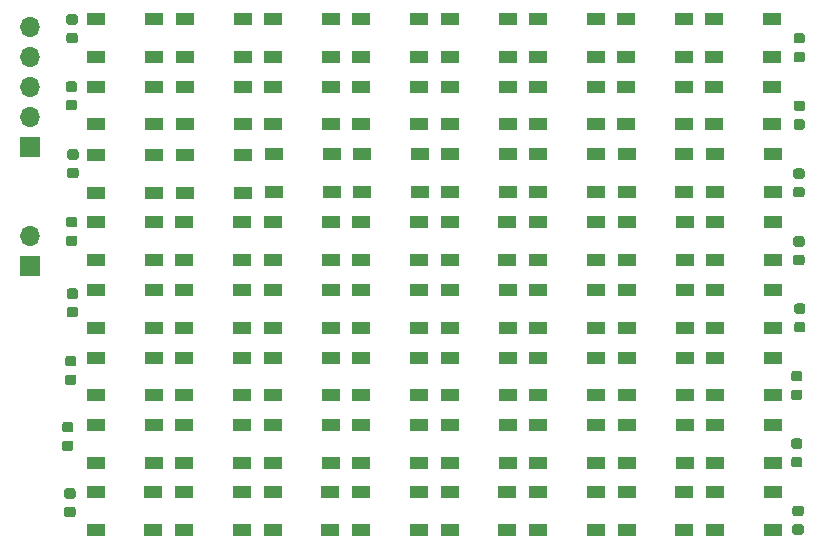
<source format=gbr>
G04 #@! TF.GenerationSoftware,KiCad,Pcbnew,(5.1.4)-1*
G04 #@! TF.CreationDate,2020-09-22T21:35:24+03:00*
G04 #@! TF.ProjectId,ws8212b_disp,77733832-3132-4625-9f64-6973702e6b69,rev?*
G04 #@! TF.SameCoordinates,Original*
G04 #@! TF.FileFunction,Soldermask,Top*
G04 #@! TF.FilePolarity,Negative*
%FSLAX46Y46*%
G04 Gerber Fmt 4.6, Leading zero omitted, Abs format (unit mm)*
G04 Created by KiCad (PCBNEW (5.1.4)-1) date 2020-09-22 21:35:24*
%MOMM*%
%LPD*%
G04 APERTURE LIST*
%ADD10C,0.100000*%
%ADD11C,0.875000*%
%ADD12O,1.700000X1.700000*%
%ADD13R,1.700000X1.700000*%
%ADD14R,1.500000X1.000000*%
G04 APERTURE END LIST*
D10*
G36*
X32408691Y-63698653D02*
G01*
X32429926Y-63701803D01*
X32450750Y-63707019D01*
X32470962Y-63714251D01*
X32490368Y-63723430D01*
X32508781Y-63734466D01*
X32526024Y-63747254D01*
X32541930Y-63761670D01*
X32556346Y-63777576D01*
X32569134Y-63794819D01*
X32580170Y-63813232D01*
X32589349Y-63832638D01*
X32596581Y-63852850D01*
X32601797Y-63873674D01*
X32604947Y-63894909D01*
X32606000Y-63916350D01*
X32606000Y-64353850D01*
X32604947Y-64375291D01*
X32601797Y-64396526D01*
X32596581Y-64417350D01*
X32589349Y-64437562D01*
X32580170Y-64456968D01*
X32569134Y-64475381D01*
X32556346Y-64492624D01*
X32541930Y-64508530D01*
X32526024Y-64522946D01*
X32508781Y-64535734D01*
X32490368Y-64546770D01*
X32470962Y-64555949D01*
X32450750Y-64563181D01*
X32429926Y-64568397D01*
X32408691Y-64571547D01*
X32387250Y-64572600D01*
X31874750Y-64572600D01*
X31853309Y-64571547D01*
X31832074Y-64568397D01*
X31811250Y-64563181D01*
X31791038Y-64555949D01*
X31771632Y-64546770D01*
X31753219Y-64535734D01*
X31735976Y-64522946D01*
X31720070Y-64508530D01*
X31705654Y-64492624D01*
X31692866Y-64475381D01*
X31681830Y-64456968D01*
X31672651Y-64437562D01*
X31665419Y-64417350D01*
X31660203Y-64396526D01*
X31657053Y-64375291D01*
X31656000Y-64353850D01*
X31656000Y-63916350D01*
X31657053Y-63894909D01*
X31660203Y-63873674D01*
X31665419Y-63852850D01*
X31672651Y-63832638D01*
X31681830Y-63813232D01*
X31692866Y-63794819D01*
X31705654Y-63777576D01*
X31720070Y-63761670D01*
X31735976Y-63747254D01*
X31753219Y-63734466D01*
X31771632Y-63723430D01*
X31791038Y-63714251D01*
X31811250Y-63707019D01*
X31832074Y-63701803D01*
X31853309Y-63698653D01*
X31874750Y-63697600D01*
X32387250Y-63697600D01*
X32408691Y-63698653D01*
X32408691Y-63698653D01*
G37*
D11*
X32131000Y-64135100D03*
D10*
G36*
X32408691Y-62123653D02*
G01*
X32429926Y-62126803D01*
X32450750Y-62132019D01*
X32470962Y-62139251D01*
X32490368Y-62148430D01*
X32508781Y-62159466D01*
X32526024Y-62172254D01*
X32541930Y-62186670D01*
X32556346Y-62202576D01*
X32569134Y-62219819D01*
X32580170Y-62238232D01*
X32589349Y-62257638D01*
X32596581Y-62277850D01*
X32601797Y-62298674D01*
X32604947Y-62319909D01*
X32606000Y-62341350D01*
X32606000Y-62778850D01*
X32604947Y-62800291D01*
X32601797Y-62821526D01*
X32596581Y-62842350D01*
X32589349Y-62862562D01*
X32580170Y-62881968D01*
X32569134Y-62900381D01*
X32556346Y-62917624D01*
X32541930Y-62933530D01*
X32526024Y-62947946D01*
X32508781Y-62960734D01*
X32490368Y-62971770D01*
X32470962Y-62980949D01*
X32450750Y-62988181D01*
X32429926Y-62993397D01*
X32408691Y-62996547D01*
X32387250Y-62997600D01*
X31874750Y-62997600D01*
X31853309Y-62996547D01*
X31832074Y-62993397D01*
X31811250Y-62988181D01*
X31791038Y-62980949D01*
X31771632Y-62971770D01*
X31753219Y-62960734D01*
X31735976Y-62947946D01*
X31720070Y-62933530D01*
X31705654Y-62917624D01*
X31692866Y-62900381D01*
X31681830Y-62881968D01*
X31672651Y-62862562D01*
X31665419Y-62842350D01*
X31660203Y-62821526D01*
X31657053Y-62800291D01*
X31656000Y-62778850D01*
X31656000Y-62341350D01*
X31657053Y-62319909D01*
X31660203Y-62298674D01*
X31665419Y-62277850D01*
X31672651Y-62257638D01*
X31681830Y-62238232D01*
X31692866Y-62219819D01*
X31705654Y-62202576D01*
X31720070Y-62186670D01*
X31735976Y-62172254D01*
X31753219Y-62159466D01*
X31771632Y-62148430D01*
X31791038Y-62139251D01*
X31811250Y-62132019D01*
X31832074Y-62126803D01*
X31853309Y-62123653D01*
X31874750Y-62122600D01*
X32387250Y-62122600D01*
X32408691Y-62123653D01*
X32408691Y-62123653D01*
G37*
D11*
X32131000Y-62560100D03*
D12*
X28600400Y-57505600D03*
X28600400Y-60045600D03*
X28600400Y-62585600D03*
X28600400Y-65125600D03*
D13*
X28600400Y-67665600D03*
D12*
X28600400Y-75234800D03*
D13*
X28600400Y-77774800D03*
D14*
X34253000Y-56845400D03*
X34253000Y-60045400D03*
X39153000Y-56845400D03*
X39153000Y-60045400D03*
X34253000Y-62560400D03*
X34253000Y-65760400D03*
X39153000Y-62560400D03*
X39153000Y-65760400D03*
X34253000Y-68326200D03*
X34253000Y-71526200D03*
X39153000Y-68326200D03*
X39153000Y-71526200D03*
X34227600Y-74041200D03*
X34227600Y-77241200D03*
X39127600Y-74041200D03*
X39127600Y-77241200D03*
X41746000Y-56845400D03*
X41746000Y-60045400D03*
X46646000Y-56845400D03*
X46646000Y-60045400D03*
X41720600Y-62560400D03*
X41720600Y-65760400D03*
X46620600Y-62560400D03*
X46620600Y-65760400D03*
X41746000Y-68326200D03*
X41746000Y-71526200D03*
X46646000Y-68326200D03*
X46646000Y-71526200D03*
X41695200Y-74041200D03*
X41695200Y-77241200D03*
X46595200Y-74041200D03*
X46595200Y-77241200D03*
X49213600Y-56845400D03*
X49213600Y-60045400D03*
X54113600Y-56845400D03*
X54113600Y-60045400D03*
X49188200Y-62560400D03*
X49188200Y-65760400D03*
X54088200Y-62560400D03*
X54088200Y-65760400D03*
X49264400Y-68300800D03*
X49264400Y-71500800D03*
X54164400Y-68300800D03*
X54164400Y-71500800D03*
X49188200Y-74041200D03*
X49188200Y-77241200D03*
X54088200Y-74041200D03*
X54088200Y-77241200D03*
X56681200Y-56845400D03*
X56681200Y-60045400D03*
X61581200Y-56845400D03*
X61581200Y-60045400D03*
X56655800Y-62560400D03*
X56655800Y-65760400D03*
X61555800Y-62560400D03*
X61555800Y-65760400D03*
X56732000Y-68300800D03*
X56732000Y-71500800D03*
X61632000Y-68300800D03*
X61632000Y-71500800D03*
X56655800Y-74041200D03*
X56655800Y-77241200D03*
X61555800Y-74041200D03*
X61555800Y-77241200D03*
X64174200Y-56845400D03*
X64174200Y-60045400D03*
X69074200Y-56845400D03*
X69074200Y-60045400D03*
X64174200Y-62560400D03*
X64174200Y-65760400D03*
X69074200Y-62560400D03*
X69074200Y-65760400D03*
X64199600Y-68300800D03*
X64199600Y-71500800D03*
X69099600Y-68300800D03*
X69099600Y-71500800D03*
X64148800Y-74041200D03*
X64148800Y-77241200D03*
X69048800Y-74041200D03*
X69048800Y-77241200D03*
X71641800Y-56845400D03*
X71641800Y-60045400D03*
X76541800Y-56845400D03*
X76541800Y-60045400D03*
X71641800Y-62560400D03*
X71641800Y-65760400D03*
X76541800Y-62560400D03*
X76541800Y-65760400D03*
X71667200Y-68300800D03*
X71667200Y-71500800D03*
X76567200Y-68300800D03*
X76567200Y-71500800D03*
X71641800Y-74041200D03*
X71641800Y-77241200D03*
X76541800Y-74041200D03*
X76541800Y-77241200D03*
X79109400Y-56845400D03*
X79109400Y-60045400D03*
X84009400Y-56845400D03*
X84009400Y-60045400D03*
X79109400Y-62560400D03*
X79109400Y-65760400D03*
X84009400Y-62560400D03*
X84009400Y-65760400D03*
X79134800Y-68300800D03*
X79134800Y-71500800D03*
X84034800Y-68300800D03*
X84034800Y-71500800D03*
X79160200Y-74041200D03*
X79160200Y-77241200D03*
X84060200Y-74041200D03*
X84060200Y-77241200D03*
X86577000Y-56845400D03*
X86577000Y-60045400D03*
X91477000Y-56845400D03*
X91477000Y-60045400D03*
X86577000Y-62560400D03*
X86577000Y-65760400D03*
X91477000Y-62560400D03*
X91477000Y-65760400D03*
X86602400Y-68300800D03*
X86602400Y-71500800D03*
X91502400Y-68300800D03*
X91502400Y-71500800D03*
X86627800Y-74041200D03*
X86627800Y-77241200D03*
X91527800Y-74041200D03*
X91527800Y-77241200D03*
X34202200Y-79781600D03*
X34202200Y-82981600D03*
X39102200Y-79781600D03*
X39102200Y-82981600D03*
X34202200Y-85496600D03*
X34202200Y-88696600D03*
X39102200Y-85496600D03*
X39102200Y-88696600D03*
X34202200Y-91211600D03*
X34202200Y-94411600D03*
X39102200Y-91211600D03*
X39102200Y-94411600D03*
X34176800Y-96901200D03*
X34176800Y-100101200D03*
X39076800Y-96901200D03*
X39076800Y-100101200D03*
X41695200Y-79781600D03*
X41695200Y-82981600D03*
X46595200Y-79781600D03*
X46595200Y-82981600D03*
X41695200Y-85496600D03*
X41695200Y-88696600D03*
X46595200Y-85496600D03*
X46595200Y-88696600D03*
X41695200Y-91211600D03*
X41695200Y-94411600D03*
X46595200Y-91211600D03*
X46595200Y-94411600D03*
X41669800Y-96901200D03*
X41669800Y-100101200D03*
X46569800Y-96901200D03*
X46569800Y-100101200D03*
X49188200Y-79781600D03*
X49188200Y-82981600D03*
X54088200Y-79781600D03*
X54088200Y-82981600D03*
X49188200Y-85496600D03*
X49188200Y-88696600D03*
X54088200Y-85496600D03*
X54088200Y-88696600D03*
X49188200Y-91211600D03*
X49188200Y-94411600D03*
X54088200Y-91211600D03*
X54088200Y-94411600D03*
X49162800Y-96901200D03*
X49162800Y-100101200D03*
X54062800Y-96901200D03*
X54062800Y-100101200D03*
X56681200Y-79781600D03*
X56681200Y-82981600D03*
X61581200Y-79781600D03*
X61581200Y-82981600D03*
X56681200Y-85496600D03*
X56681200Y-88696600D03*
X61581200Y-85496600D03*
X61581200Y-88696600D03*
X56681200Y-91211600D03*
X56681200Y-94411600D03*
X61581200Y-91211600D03*
X61581200Y-94411600D03*
X56655800Y-96901200D03*
X56655800Y-100101200D03*
X61555800Y-96901200D03*
X61555800Y-100101200D03*
X64174200Y-79781600D03*
X64174200Y-82981600D03*
X69074200Y-79781600D03*
X69074200Y-82981600D03*
X64174200Y-85496600D03*
X64174200Y-88696600D03*
X69074200Y-85496600D03*
X69074200Y-88696600D03*
X64174200Y-91211600D03*
X64174200Y-94411600D03*
X69074200Y-91211600D03*
X69074200Y-94411600D03*
X64148800Y-96901200D03*
X64148800Y-100101200D03*
X69048800Y-96901200D03*
X69048800Y-100101200D03*
X71667200Y-79781600D03*
X71667200Y-82981600D03*
X76567200Y-79781600D03*
X76567200Y-82981600D03*
X71667200Y-85496600D03*
X71667200Y-88696600D03*
X76567200Y-85496600D03*
X76567200Y-88696600D03*
X71667200Y-91211600D03*
X71667200Y-94411600D03*
X76567200Y-91211600D03*
X76567200Y-94411600D03*
X71641800Y-96901200D03*
X71641800Y-100101200D03*
X76541800Y-96901200D03*
X76541800Y-100101200D03*
X79160200Y-79781600D03*
X79160200Y-82981600D03*
X84060200Y-79781600D03*
X84060200Y-82981600D03*
X79160200Y-85496600D03*
X79160200Y-88696600D03*
X84060200Y-85496600D03*
X84060200Y-88696600D03*
X79160200Y-91211600D03*
X79160200Y-94411600D03*
X84060200Y-91211600D03*
X84060200Y-94411600D03*
X79134800Y-96901200D03*
X79134800Y-100101200D03*
X84034800Y-96901200D03*
X84034800Y-100101200D03*
X86653200Y-79781600D03*
X86653200Y-82981600D03*
X91553200Y-79781600D03*
X91553200Y-82981600D03*
X86653200Y-85496600D03*
X86653200Y-88696600D03*
X91553200Y-85496600D03*
X91553200Y-88696600D03*
X86653200Y-91211600D03*
X86653200Y-94411600D03*
X91553200Y-91211600D03*
X91553200Y-94411600D03*
X86627800Y-96901200D03*
X86627800Y-100101200D03*
X91527800Y-96901200D03*
X91527800Y-100101200D03*
D10*
G36*
X94029091Y-65324253D02*
G01*
X94050326Y-65327403D01*
X94071150Y-65332619D01*
X94091362Y-65339851D01*
X94110768Y-65349030D01*
X94129181Y-65360066D01*
X94146424Y-65372854D01*
X94162330Y-65387270D01*
X94176746Y-65403176D01*
X94189534Y-65420419D01*
X94200570Y-65438832D01*
X94209749Y-65458238D01*
X94216981Y-65478450D01*
X94222197Y-65499274D01*
X94225347Y-65520509D01*
X94226400Y-65541950D01*
X94226400Y-65979450D01*
X94225347Y-66000891D01*
X94222197Y-66022126D01*
X94216981Y-66042950D01*
X94209749Y-66063162D01*
X94200570Y-66082568D01*
X94189534Y-66100981D01*
X94176746Y-66118224D01*
X94162330Y-66134130D01*
X94146424Y-66148546D01*
X94129181Y-66161334D01*
X94110768Y-66172370D01*
X94091362Y-66181549D01*
X94071150Y-66188781D01*
X94050326Y-66193997D01*
X94029091Y-66197147D01*
X94007650Y-66198200D01*
X93495150Y-66198200D01*
X93473709Y-66197147D01*
X93452474Y-66193997D01*
X93431650Y-66188781D01*
X93411438Y-66181549D01*
X93392032Y-66172370D01*
X93373619Y-66161334D01*
X93356376Y-66148546D01*
X93340470Y-66134130D01*
X93326054Y-66118224D01*
X93313266Y-66100981D01*
X93302230Y-66082568D01*
X93293051Y-66063162D01*
X93285819Y-66042950D01*
X93280603Y-66022126D01*
X93277453Y-66000891D01*
X93276400Y-65979450D01*
X93276400Y-65541950D01*
X93277453Y-65520509D01*
X93280603Y-65499274D01*
X93285819Y-65478450D01*
X93293051Y-65458238D01*
X93302230Y-65438832D01*
X93313266Y-65420419D01*
X93326054Y-65403176D01*
X93340470Y-65387270D01*
X93356376Y-65372854D01*
X93373619Y-65360066D01*
X93392032Y-65349030D01*
X93411438Y-65339851D01*
X93431650Y-65332619D01*
X93452474Y-65327403D01*
X93473709Y-65324253D01*
X93495150Y-65323200D01*
X94007650Y-65323200D01*
X94029091Y-65324253D01*
X94029091Y-65324253D01*
G37*
D11*
X93751400Y-65760700D03*
D10*
G36*
X94029091Y-63749253D02*
G01*
X94050326Y-63752403D01*
X94071150Y-63757619D01*
X94091362Y-63764851D01*
X94110768Y-63774030D01*
X94129181Y-63785066D01*
X94146424Y-63797854D01*
X94162330Y-63812270D01*
X94176746Y-63828176D01*
X94189534Y-63845419D01*
X94200570Y-63863832D01*
X94209749Y-63883238D01*
X94216981Y-63903450D01*
X94222197Y-63924274D01*
X94225347Y-63945509D01*
X94226400Y-63966950D01*
X94226400Y-64404450D01*
X94225347Y-64425891D01*
X94222197Y-64447126D01*
X94216981Y-64467950D01*
X94209749Y-64488162D01*
X94200570Y-64507568D01*
X94189534Y-64525981D01*
X94176746Y-64543224D01*
X94162330Y-64559130D01*
X94146424Y-64573546D01*
X94129181Y-64586334D01*
X94110768Y-64597370D01*
X94091362Y-64606549D01*
X94071150Y-64613781D01*
X94050326Y-64618997D01*
X94029091Y-64622147D01*
X94007650Y-64623200D01*
X93495150Y-64623200D01*
X93473709Y-64622147D01*
X93452474Y-64618997D01*
X93431650Y-64613781D01*
X93411438Y-64606549D01*
X93392032Y-64597370D01*
X93373619Y-64586334D01*
X93356376Y-64573546D01*
X93340470Y-64559130D01*
X93326054Y-64543224D01*
X93313266Y-64525981D01*
X93302230Y-64507568D01*
X93293051Y-64488162D01*
X93285819Y-64467950D01*
X93280603Y-64447126D01*
X93277453Y-64425891D01*
X93276400Y-64404450D01*
X93276400Y-63966950D01*
X93277453Y-63945509D01*
X93280603Y-63924274D01*
X93285819Y-63903450D01*
X93293051Y-63883238D01*
X93302230Y-63863832D01*
X93313266Y-63845419D01*
X93326054Y-63828176D01*
X93340470Y-63812270D01*
X93356376Y-63797854D01*
X93373619Y-63785066D01*
X93392032Y-63774030D01*
X93411438Y-63764851D01*
X93431650Y-63757619D01*
X93452474Y-63752403D01*
X93473709Y-63749253D01*
X93495150Y-63748200D01*
X94007650Y-63748200D01*
X94029091Y-63749253D01*
X94029091Y-63749253D01*
G37*
D11*
X93751400Y-64185700D03*
D10*
G36*
X93825891Y-88209653D02*
G01*
X93847126Y-88212803D01*
X93867950Y-88218019D01*
X93888162Y-88225251D01*
X93907568Y-88234430D01*
X93925981Y-88245466D01*
X93943224Y-88258254D01*
X93959130Y-88272670D01*
X93973546Y-88288576D01*
X93986334Y-88305819D01*
X93997370Y-88324232D01*
X94006549Y-88343638D01*
X94013781Y-88363850D01*
X94018997Y-88384674D01*
X94022147Y-88405909D01*
X94023200Y-88427350D01*
X94023200Y-88864850D01*
X94022147Y-88886291D01*
X94018997Y-88907526D01*
X94013781Y-88928350D01*
X94006549Y-88948562D01*
X93997370Y-88967968D01*
X93986334Y-88986381D01*
X93973546Y-89003624D01*
X93959130Y-89019530D01*
X93943224Y-89033946D01*
X93925981Y-89046734D01*
X93907568Y-89057770D01*
X93888162Y-89066949D01*
X93867950Y-89074181D01*
X93847126Y-89079397D01*
X93825891Y-89082547D01*
X93804450Y-89083600D01*
X93291950Y-89083600D01*
X93270509Y-89082547D01*
X93249274Y-89079397D01*
X93228450Y-89074181D01*
X93208238Y-89066949D01*
X93188832Y-89057770D01*
X93170419Y-89046734D01*
X93153176Y-89033946D01*
X93137270Y-89019530D01*
X93122854Y-89003624D01*
X93110066Y-88986381D01*
X93099030Y-88967968D01*
X93089851Y-88948562D01*
X93082619Y-88928350D01*
X93077403Y-88907526D01*
X93074253Y-88886291D01*
X93073200Y-88864850D01*
X93073200Y-88427350D01*
X93074253Y-88405909D01*
X93077403Y-88384674D01*
X93082619Y-88363850D01*
X93089851Y-88343638D01*
X93099030Y-88324232D01*
X93110066Y-88305819D01*
X93122854Y-88288576D01*
X93137270Y-88272670D01*
X93153176Y-88258254D01*
X93170419Y-88245466D01*
X93188832Y-88234430D01*
X93208238Y-88225251D01*
X93228450Y-88218019D01*
X93249274Y-88212803D01*
X93270509Y-88209653D01*
X93291950Y-88208600D01*
X93804450Y-88208600D01*
X93825891Y-88209653D01*
X93825891Y-88209653D01*
G37*
D11*
X93548200Y-88646100D03*
D10*
G36*
X93825891Y-86634653D02*
G01*
X93847126Y-86637803D01*
X93867950Y-86643019D01*
X93888162Y-86650251D01*
X93907568Y-86659430D01*
X93925981Y-86670466D01*
X93943224Y-86683254D01*
X93959130Y-86697670D01*
X93973546Y-86713576D01*
X93986334Y-86730819D01*
X93997370Y-86749232D01*
X94006549Y-86768638D01*
X94013781Y-86788850D01*
X94018997Y-86809674D01*
X94022147Y-86830909D01*
X94023200Y-86852350D01*
X94023200Y-87289850D01*
X94022147Y-87311291D01*
X94018997Y-87332526D01*
X94013781Y-87353350D01*
X94006549Y-87373562D01*
X93997370Y-87392968D01*
X93986334Y-87411381D01*
X93973546Y-87428624D01*
X93959130Y-87444530D01*
X93943224Y-87458946D01*
X93925981Y-87471734D01*
X93907568Y-87482770D01*
X93888162Y-87491949D01*
X93867950Y-87499181D01*
X93847126Y-87504397D01*
X93825891Y-87507547D01*
X93804450Y-87508600D01*
X93291950Y-87508600D01*
X93270509Y-87507547D01*
X93249274Y-87504397D01*
X93228450Y-87499181D01*
X93208238Y-87491949D01*
X93188832Y-87482770D01*
X93170419Y-87471734D01*
X93153176Y-87458946D01*
X93137270Y-87444530D01*
X93122854Y-87428624D01*
X93110066Y-87411381D01*
X93099030Y-87392968D01*
X93089851Y-87373562D01*
X93082619Y-87353350D01*
X93077403Y-87332526D01*
X93074253Y-87311291D01*
X93073200Y-87289850D01*
X93073200Y-86852350D01*
X93074253Y-86830909D01*
X93077403Y-86809674D01*
X93082619Y-86788850D01*
X93089851Y-86768638D01*
X93099030Y-86749232D01*
X93110066Y-86730819D01*
X93122854Y-86713576D01*
X93137270Y-86697670D01*
X93153176Y-86683254D01*
X93170419Y-86670466D01*
X93188832Y-86659430D01*
X93208238Y-86650251D01*
X93228450Y-86643019D01*
X93249274Y-86637803D01*
X93270509Y-86634653D01*
X93291950Y-86633600D01*
X93804450Y-86633600D01*
X93825891Y-86634653D01*
X93825891Y-86634653D01*
G37*
D11*
X93548200Y-87071100D03*
D10*
G36*
X32103891Y-92527653D02*
G01*
X32125126Y-92530803D01*
X32145950Y-92536019D01*
X32166162Y-92543251D01*
X32185568Y-92552430D01*
X32203981Y-92563466D01*
X32221224Y-92576254D01*
X32237130Y-92590670D01*
X32251546Y-92606576D01*
X32264334Y-92623819D01*
X32275370Y-92642232D01*
X32284549Y-92661638D01*
X32291781Y-92681850D01*
X32296997Y-92702674D01*
X32300147Y-92723909D01*
X32301200Y-92745350D01*
X32301200Y-93182850D01*
X32300147Y-93204291D01*
X32296997Y-93225526D01*
X32291781Y-93246350D01*
X32284549Y-93266562D01*
X32275370Y-93285968D01*
X32264334Y-93304381D01*
X32251546Y-93321624D01*
X32237130Y-93337530D01*
X32221224Y-93351946D01*
X32203981Y-93364734D01*
X32185568Y-93375770D01*
X32166162Y-93384949D01*
X32145950Y-93392181D01*
X32125126Y-93397397D01*
X32103891Y-93400547D01*
X32082450Y-93401600D01*
X31569950Y-93401600D01*
X31548509Y-93400547D01*
X31527274Y-93397397D01*
X31506450Y-93392181D01*
X31486238Y-93384949D01*
X31466832Y-93375770D01*
X31448419Y-93364734D01*
X31431176Y-93351946D01*
X31415270Y-93337530D01*
X31400854Y-93321624D01*
X31388066Y-93304381D01*
X31377030Y-93285968D01*
X31367851Y-93266562D01*
X31360619Y-93246350D01*
X31355403Y-93225526D01*
X31352253Y-93204291D01*
X31351200Y-93182850D01*
X31351200Y-92745350D01*
X31352253Y-92723909D01*
X31355403Y-92702674D01*
X31360619Y-92681850D01*
X31367851Y-92661638D01*
X31377030Y-92642232D01*
X31388066Y-92623819D01*
X31400854Y-92606576D01*
X31415270Y-92590670D01*
X31431176Y-92576254D01*
X31448419Y-92563466D01*
X31466832Y-92552430D01*
X31486238Y-92543251D01*
X31506450Y-92536019D01*
X31527274Y-92530803D01*
X31548509Y-92527653D01*
X31569950Y-92526600D01*
X32082450Y-92526600D01*
X32103891Y-92527653D01*
X32103891Y-92527653D01*
G37*
D11*
X31826200Y-92964100D03*
D10*
G36*
X32103891Y-90952653D02*
G01*
X32125126Y-90955803D01*
X32145950Y-90961019D01*
X32166162Y-90968251D01*
X32185568Y-90977430D01*
X32203981Y-90988466D01*
X32221224Y-91001254D01*
X32237130Y-91015670D01*
X32251546Y-91031576D01*
X32264334Y-91048819D01*
X32275370Y-91067232D01*
X32284549Y-91086638D01*
X32291781Y-91106850D01*
X32296997Y-91127674D01*
X32300147Y-91148909D01*
X32301200Y-91170350D01*
X32301200Y-91607850D01*
X32300147Y-91629291D01*
X32296997Y-91650526D01*
X32291781Y-91671350D01*
X32284549Y-91691562D01*
X32275370Y-91710968D01*
X32264334Y-91729381D01*
X32251546Y-91746624D01*
X32237130Y-91762530D01*
X32221224Y-91776946D01*
X32203981Y-91789734D01*
X32185568Y-91800770D01*
X32166162Y-91809949D01*
X32145950Y-91817181D01*
X32125126Y-91822397D01*
X32103891Y-91825547D01*
X32082450Y-91826600D01*
X31569950Y-91826600D01*
X31548509Y-91825547D01*
X31527274Y-91822397D01*
X31506450Y-91817181D01*
X31486238Y-91809949D01*
X31466832Y-91800770D01*
X31448419Y-91789734D01*
X31431176Y-91776946D01*
X31415270Y-91762530D01*
X31400854Y-91746624D01*
X31388066Y-91729381D01*
X31377030Y-91710968D01*
X31367851Y-91691562D01*
X31360619Y-91671350D01*
X31355403Y-91650526D01*
X31352253Y-91629291D01*
X31351200Y-91607850D01*
X31351200Y-91170350D01*
X31352253Y-91148909D01*
X31355403Y-91127674D01*
X31360619Y-91106850D01*
X31367851Y-91086638D01*
X31377030Y-91067232D01*
X31388066Y-91048819D01*
X31400854Y-91031576D01*
X31415270Y-91015670D01*
X31431176Y-91001254D01*
X31448419Y-90988466D01*
X31466832Y-90977430D01*
X31486238Y-90968251D01*
X31506450Y-90961019D01*
X31527274Y-90955803D01*
X31548509Y-90952653D01*
X31569950Y-90951600D01*
X32082450Y-90951600D01*
X32103891Y-90952653D01*
X32103891Y-90952653D01*
G37*
D11*
X31826200Y-91389100D03*
D10*
G36*
X93927491Y-99614253D02*
G01*
X93948726Y-99617403D01*
X93969550Y-99622619D01*
X93989762Y-99629851D01*
X94009168Y-99639030D01*
X94027581Y-99650066D01*
X94044824Y-99662854D01*
X94060730Y-99677270D01*
X94075146Y-99693176D01*
X94087934Y-99710419D01*
X94098970Y-99728832D01*
X94108149Y-99748238D01*
X94115381Y-99768450D01*
X94120597Y-99789274D01*
X94123747Y-99810509D01*
X94124800Y-99831950D01*
X94124800Y-100269450D01*
X94123747Y-100290891D01*
X94120597Y-100312126D01*
X94115381Y-100332950D01*
X94108149Y-100353162D01*
X94098970Y-100372568D01*
X94087934Y-100390981D01*
X94075146Y-100408224D01*
X94060730Y-100424130D01*
X94044824Y-100438546D01*
X94027581Y-100451334D01*
X94009168Y-100462370D01*
X93989762Y-100471549D01*
X93969550Y-100478781D01*
X93948726Y-100483997D01*
X93927491Y-100487147D01*
X93906050Y-100488200D01*
X93393550Y-100488200D01*
X93372109Y-100487147D01*
X93350874Y-100483997D01*
X93330050Y-100478781D01*
X93309838Y-100471549D01*
X93290432Y-100462370D01*
X93272019Y-100451334D01*
X93254776Y-100438546D01*
X93238870Y-100424130D01*
X93224454Y-100408224D01*
X93211666Y-100390981D01*
X93200630Y-100372568D01*
X93191451Y-100353162D01*
X93184219Y-100332950D01*
X93179003Y-100312126D01*
X93175853Y-100290891D01*
X93174800Y-100269450D01*
X93174800Y-99831950D01*
X93175853Y-99810509D01*
X93179003Y-99789274D01*
X93184219Y-99768450D01*
X93191451Y-99748238D01*
X93200630Y-99728832D01*
X93211666Y-99710419D01*
X93224454Y-99693176D01*
X93238870Y-99677270D01*
X93254776Y-99662854D01*
X93272019Y-99650066D01*
X93290432Y-99639030D01*
X93309838Y-99629851D01*
X93330050Y-99622619D01*
X93350874Y-99617403D01*
X93372109Y-99614253D01*
X93393550Y-99613200D01*
X93906050Y-99613200D01*
X93927491Y-99614253D01*
X93927491Y-99614253D01*
G37*
D11*
X93649800Y-100050700D03*
D10*
G36*
X93927491Y-98039253D02*
G01*
X93948726Y-98042403D01*
X93969550Y-98047619D01*
X93989762Y-98054851D01*
X94009168Y-98064030D01*
X94027581Y-98075066D01*
X94044824Y-98087854D01*
X94060730Y-98102270D01*
X94075146Y-98118176D01*
X94087934Y-98135419D01*
X94098970Y-98153832D01*
X94108149Y-98173238D01*
X94115381Y-98193450D01*
X94120597Y-98214274D01*
X94123747Y-98235509D01*
X94124800Y-98256950D01*
X94124800Y-98694450D01*
X94123747Y-98715891D01*
X94120597Y-98737126D01*
X94115381Y-98757950D01*
X94108149Y-98778162D01*
X94098970Y-98797568D01*
X94087934Y-98815981D01*
X94075146Y-98833224D01*
X94060730Y-98849130D01*
X94044824Y-98863546D01*
X94027581Y-98876334D01*
X94009168Y-98887370D01*
X93989762Y-98896549D01*
X93969550Y-98903781D01*
X93948726Y-98908997D01*
X93927491Y-98912147D01*
X93906050Y-98913200D01*
X93393550Y-98913200D01*
X93372109Y-98912147D01*
X93350874Y-98908997D01*
X93330050Y-98903781D01*
X93309838Y-98896549D01*
X93290432Y-98887370D01*
X93272019Y-98876334D01*
X93254776Y-98863546D01*
X93238870Y-98849130D01*
X93224454Y-98833224D01*
X93211666Y-98815981D01*
X93200630Y-98797568D01*
X93191451Y-98778162D01*
X93184219Y-98757950D01*
X93179003Y-98737126D01*
X93175853Y-98715891D01*
X93174800Y-98694450D01*
X93174800Y-98256950D01*
X93175853Y-98235509D01*
X93179003Y-98214274D01*
X93184219Y-98193450D01*
X93191451Y-98173238D01*
X93200630Y-98153832D01*
X93211666Y-98135419D01*
X93224454Y-98118176D01*
X93238870Y-98102270D01*
X93254776Y-98087854D01*
X93272019Y-98075066D01*
X93290432Y-98064030D01*
X93309838Y-98054851D01*
X93330050Y-98047619D01*
X93350874Y-98042403D01*
X93372109Y-98039253D01*
X93393550Y-98038200D01*
X93906050Y-98038200D01*
X93927491Y-98039253D01*
X93927491Y-98039253D01*
G37*
D11*
X93649800Y-98475700D03*
D10*
G36*
X32281691Y-98141053D02*
G01*
X32302926Y-98144203D01*
X32323750Y-98149419D01*
X32343962Y-98156651D01*
X32363368Y-98165830D01*
X32381781Y-98176866D01*
X32399024Y-98189654D01*
X32414930Y-98204070D01*
X32429346Y-98219976D01*
X32442134Y-98237219D01*
X32453170Y-98255632D01*
X32462349Y-98275038D01*
X32469581Y-98295250D01*
X32474797Y-98316074D01*
X32477947Y-98337309D01*
X32479000Y-98358750D01*
X32479000Y-98796250D01*
X32477947Y-98817691D01*
X32474797Y-98838926D01*
X32469581Y-98859750D01*
X32462349Y-98879962D01*
X32453170Y-98899368D01*
X32442134Y-98917781D01*
X32429346Y-98935024D01*
X32414930Y-98950930D01*
X32399024Y-98965346D01*
X32381781Y-98978134D01*
X32363368Y-98989170D01*
X32343962Y-98998349D01*
X32323750Y-99005581D01*
X32302926Y-99010797D01*
X32281691Y-99013947D01*
X32260250Y-99015000D01*
X31747750Y-99015000D01*
X31726309Y-99013947D01*
X31705074Y-99010797D01*
X31684250Y-99005581D01*
X31664038Y-98998349D01*
X31644632Y-98989170D01*
X31626219Y-98978134D01*
X31608976Y-98965346D01*
X31593070Y-98950930D01*
X31578654Y-98935024D01*
X31565866Y-98917781D01*
X31554830Y-98899368D01*
X31545651Y-98879962D01*
X31538419Y-98859750D01*
X31533203Y-98838926D01*
X31530053Y-98817691D01*
X31529000Y-98796250D01*
X31529000Y-98358750D01*
X31530053Y-98337309D01*
X31533203Y-98316074D01*
X31538419Y-98295250D01*
X31545651Y-98275038D01*
X31554830Y-98255632D01*
X31565866Y-98237219D01*
X31578654Y-98219976D01*
X31593070Y-98204070D01*
X31608976Y-98189654D01*
X31626219Y-98176866D01*
X31644632Y-98165830D01*
X31664038Y-98156651D01*
X31684250Y-98149419D01*
X31705074Y-98144203D01*
X31726309Y-98141053D01*
X31747750Y-98140000D01*
X32260250Y-98140000D01*
X32281691Y-98141053D01*
X32281691Y-98141053D01*
G37*
D11*
X32004000Y-98577500D03*
D10*
G36*
X32281691Y-96566053D02*
G01*
X32302926Y-96569203D01*
X32323750Y-96574419D01*
X32343962Y-96581651D01*
X32363368Y-96590830D01*
X32381781Y-96601866D01*
X32399024Y-96614654D01*
X32414930Y-96629070D01*
X32429346Y-96644976D01*
X32442134Y-96662219D01*
X32453170Y-96680632D01*
X32462349Y-96700038D01*
X32469581Y-96720250D01*
X32474797Y-96741074D01*
X32477947Y-96762309D01*
X32479000Y-96783750D01*
X32479000Y-97221250D01*
X32477947Y-97242691D01*
X32474797Y-97263926D01*
X32469581Y-97284750D01*
X32462349Y-97304962D01*
X32453170Y-97324368D01*
X32442134Y-97342781D01*
X32429346Y-97360024D01*
X32414930Y-97375930D01*
X32399024Y-97390346D01*
X32381781Y-97403134D01*
X32363368Y-97414170D01*
X32343962Y-97423349D01*
X32323750Y-97430581D01*
X32302926Y-97435797D01*
X32281691Y-97438947D01*
X32260250Y-97440000D01*
X31747750Y-97440000D01*
X31726309Y-97438947D01*
X31705074Y-97435797D01*
X31684250Y-97430581D01*
X31664038Y-97423349D01*
X31644632Y-97414170D01*
X31626219Y-97403134D01*
X31608976Y-97390346D01*
X31593070Y-97375930D01*
X31578654Y-97360024D01*
X31565866Y-97342781D01*
X31554830Y-97324368D01*
X31545651Y-97304962D01*
X31538419Y-97284750D01*
X31533203Y-97263926D01*
X31530053Y-97242691D01*
X31529000Y-97221250D01*
X31529000Y-96783750D01*
X31530053Y-96762309D01*
X31533203Y-96741074D01*
X31538419Y-96720250D01*
X31545651Y-96700038D01*
X31554830Y-96680632D01*
X31565866Y-96662219D01*
X31578654Y-96644976D01*
X31593070Y-96629070D01*
X31608976Y-96614654D01*
X31626219Y-96601866D01*
X31644632Y-96590830D01*
X31664038Y-96581651D01*
X31684250Y-96574419D01*
X31705074Y-96569203D01*
X31726309Y-96566053D01*
X31747750Y-96565000D01*
X32260250Y-96565000D01*
X32281691Y-96566053D01*
X32281691Y-96566053D01*
G37*
D11*
X32004000Y-97002500D03*
D10*
G36*
X32434091Y-75179453D02*
G01*
X32455326Y-75182603D01*
X32476150Y-75187819D01*
X32496362Y-75195051D01*
X32515768Y-75204230D01*
X32534181Y-75215266D01*
X32551424Y-75228054D01*
X32567330Y-75242470D01*
X32581746Y-75258376D01*
X32594534Y-75275619D01*
X32605570Y-75294032D01*
X32614749Y-75313438D01*
X32621981Y-75333650D01*
X32627197Y-75354474D01*
X32630347Y-75375709D01*
X32631400Y-75397150D01*
X32631400Y-75834650D01*
X32630347Y-75856091D01*
X32627197Y-75877326D01*
X32621981Y-75898150D01*
X32614749Y-75918362D01*
X32605570Y-75937768D01*
X32594534Y-75956181D01*
X32581746Y-75973424D01*
X32567330Y-75989330D01*
X32551424Y-76003746D01*
X32534181Y-76016534D01*
X32515768Y-76027570D01*
X32496362Y-76036749D01*
X32476150Y-76043981D01*
X32455326Y-76049197D01*
X32434091Y-76052347D01*
X32412650Y-76053400D01*
X31900150Y-76053400D01*
X31878709Y-76052347D01*
X31857474Y-76049197D01*
X31836650Y-76043981D01*
X31816438Y-76036749D01*
X31797032Y-76027570D01*
X31778619Y-76016534D01*
X31761376Y-76003746D01*
X31745470Y-75989330D01*
X31731054Y-75973424D01*
X31718266Y-75956181D01*
X31707230Y-75937768D01*
X31698051Y-75918362D01*
X31690819Y-75898150D01*
X31685603Y-75877326D01*
X31682453Y-75856091D01*
X31681400Y-75834650D01*
X31681400Y-75397150D01*
X31682453Y-75375709D01*
X31685603Y-75354474D01*
X31690819Y-75333650D01*
X31698051Y-75313438D01*
X31707230Y-75294032D01*
X31718266Y-75275619D01*
X31731054Y-75258376D01*
X31745470Y-75242470D01*
X31761376Y-75228054D01*
X31778619Y-75215266D01*
X31797032Y-75204230D01*
X31816438Y-75195051D01*
X31836650Y-75187819D01*
X31857474Y-75182603D01*
X31878709Y-75179453D01*
X31900150Y-75178400D01*
X32412650Y-75178400D01*
X32434091Y-75179453D01*
X32434091Y-75179453D01*
G37*
D11*
X32156400Y-75615900D03*
D10*
G36*
X32434091Y-73604453D02*
G01*
X32455326Y-73607603D01*
X32476150Y-73612819D01*
X32496362Y-73620051D01*
X32515768Y-73629230D01*
X32534181Y-73640266D01*
X32551424Y-73653054D01*
X32567330Y-73667470D01*
X32581746Y-73683376D01*
X32594534Y-73700619D01*
X32605570Y-73719032D01*
X32614749Y-73738438D01*
X32621981Y-73758650D01*
X32627197Y-73779474D01*
X32630347Y-73800709D01*
X32631400Y-73822150D01*
X32631400Y-74259650D01*
X32630347Y-74281091D01*
X32627197Y-74302326D01*
X32621981Y-74323150D01*
X32614749Y-74343362D01*
X32605570Y-74362768D01*
X32594534Y-74381181D01*
X32581746Y-74398424D01*
X32567330Y-74414330D01*
X32551424Y-74428746D01*
X32534181Y-74441534D01*
X32515768Y-74452570D01*
X32496362Y-74461749D01*
X32476150Y-74468981D01*
X32455326Y-74474197D01*
X32434091Y-74477347D01*
X32412650Y-74478400D01*
X31900150Y-74478400D01*
X31878709Y-74477347D01*
X31857474Y-74474197D01*
X31836650Y-74468981D01*
X31816438Y-74461749D01*
X31797032Y-74452570D01*
X31778619Y-74441534D01*
X31761376Y-74428746D01*
X31745470Y-74414330D01*
X31731054Y-74398424D01*
X31718266Y-74381181D01*
X31707230Y-74362768D01*
X31698051Y-74343362D01*
X31690819Y-74323150D01*
X31685603Y-74302326D01*
X31682453Y-74281091D01*
X31681400Y-74259650D01*
X31681400Y-73822150D01*
X31682453Y-73800709D01*
X31685603Y-73779474D01*
X31690819Y-73758650D01*
X31698051Y-73738438D01*
X31707230Y-73719032D01*
X31718266Y-73700619D01*
X31731054Y-73683376D01*
X31745470Y-73667470D01*
X31761376Y-73653054D01*
X31778619Y-73640266D01*
X31797032Y-73629230D01*
X31816438Y-73620051D01*
X31836650Y-73612819D01*
X31857474Y-73607603D01*
X31878709Y-73604453D01*
X31900150Y-73603400D01*
X32412650Y-73603400D01*
X32434091Y-73604453D01*
X32434091Y-73604453D01*
G37*
D11*
X32156400Y-74040900D03*
D10*
G36*
X93825891Y-93924653D02*
G01*
X93847126Y-93927803D01*
X93867950Y-93933019D01*
X93888162Y-93940251D01*
X93907568Y-93949430D01*
X93925981Y-93960466D01*
X93943224Y-93973254D01*
X93959130Y-93987670D01*
X93973546Y-94003576D01*
X93986334Y-94020819D01*
X93997370Y-94039232D01*
X94006549Y-94058638D01*
X94013781Y-94078850D01*
X94018997Y-94099674D01*
X94022147Y-94120909D01*
X94023200Y-94142350D01*
X94023200Y-94579850D01*
X94022147Y-94601291D01*
X94018997Y-94622526D01*
X94013781Y-94643350D01*
X94006549Y-94663562D01*
X93997370Y-94682968D01*
X93986334Y-94701381D01*
X93973546Y-94718624D01*
X93959130Y-94734530D01*
X93943224Y-94748946D01*
X93925981Y-94761734D01*
X93907568Y-94772770D01*
X93888162Y-94781949D01*
X93867950Y-94789181D01*
X93847126Y-94794397D01*
X93825891Y-94797547D01*
X93804450Y-94798600D01*
X93291950Y-94798600D01*
X93270509Y-94797547D01*
X93249274Y-94794397D01*
X93228450Y-94789181D01*
X93208238Y-94781949D01*
X93188832Y-94772770D01*
X93170419Y-94761734D01*
X93153176Y-94748946D01*
X93137270Y-94734530D01*
X93122854Y-94718624D01*
X93110066Y-94701381D01*
X93099030Y-94682968D01*
X93089851Y-94663562D01*
X93082619Y-94643350D01*
X93077403Y-94622526D01*
X93074253Y-94601291D01*
X93073200Y-94579850D01*
X93073200Y-94142350D01*
X93074253Y-94120909D01*
X93077403Y-94099674D01*
X93082619Y-94078850D01*
X93089851Y-94058638D01*
X93099030Y-94039232D01*
X93110066Y-94020819D01*
X93122854Y-94003576D01*
X93137270Y-93987670D01*
X93153176Y-93973254D01*
X93170419Y-93960466D01*
X93188832Y-93949430D01*
X93208238Y-93940251D01*
X93228450Y-93933019D01*
X93249274Y-93927803D01*
X93270509Y-93924653D01*
X93291950Y-93923600D01*
X93804450Y-93923600D01*
X93825891Y-93924653D01*
X93825891Y-93924653D01*
G37*
D11*
X93548200Y-94361100D03*
D10*
G36*
X93825891Y-92349653D02*
G01*
X93847126Y-92352803D01*
X93867950Y-92358019D01*
X93888162Y-92365251D01*
X93907568Y-92374430D01*
X93925981Y-92385466D01*
X93943224Y-92398254D01*
X93959130Y-92412670D01*
X93973546Y-92428576D01*
X93986334Y-92445819D01*
X93997370Y-92464232D01*
X94006549Y-92483638D01*
X94013781Y-92503850D01*
X94018997Y-92524674D01*
X94022147Y-92545909D01*
X94023200Y-92567350D01*
X94023200Y-93004850D01*
X94022147Y-93026291D01*
X94018997Y-93047526D01*
X94013781Y-93068350D01*
X94006549Y-93088562D01*
X93997370Y-93107968D01*
X93986334Y-93126381D01*
X93973546Y-93143624D01*
X93959130Y-93159530D01*
X93943224Y-93173946D01*
X93925981Y-93186734D01*
X93907568Y-93197770D01*
X93888162Y-93206949D01*
X93867950Y-93214181D01*
X93847126Y-93219397D01*
X93825891Y-93222547D01*
X93804450Y-93223600D01*
X93291950Y-93223600D01*
X93270509Y-93222547D01*
X93249274Y-93219397D01*
X93228450Y-93214181D01*
X93208238Y-93206949D01*
X93188832Y-93197770D01*
X93170419Y-93186734D01*
X93153176Y-93173946D01*
X93137270Y-93159530D01*
X93122854Y-93143624D01*
X93110066Y-93126381D01*
X93099030Y-93107968D01*
X93089851Y-93088562D01*
X93082619Y-93068350D01*
X93077403Y-93047526D01*
X93074253Y-93026291D01*
X93073200Y-93004850D01*
X93073200Y-92567350D01*
X93074253Y-92545909D01*
X93077403Y-92524674D01*
X93082619Y-92503850D01*
X93089851Y-92483638D01*
X93099030Y-92464232D01*
X93110066Y-92445819D01*
X93122854Y-92428576D01*
X93137270Y-92412670D01*
X93153176Y-92398254D01*
X93170419Y-92385466D01*
X93188832Y-92374430D01*
X93208238Y-92365251D01*
X93228450Y-92358019D01*
X93249274Y-92352803D01*
X93270509Y-92349653D01*
X93291950Y-92348600D01*
X93804450Y-92348600D01*
X93825891Y-92349653D01*
X93825891Y-92349653D01*
G37*
D11*
X93548200Y-92786100D03*
D10*
G36*
X94003691Y-76805053D02*
G01*
X94024926Y-76808203D01*
X94045750Y-76813419D01*
X94065962Y-76820651D01*
X94085368Y-76829830D01*
X94103781Y-76840866D01*
X94121024Y-76853654D01*
X94136930Y-76868070D01*
X94151346Y-76883976D01*
X94164134Y-76901219D01*
X94175170Y-76919632D01*
X94184349Y-76939038D01*
X94191581Y-76959250D01*
X94196797Y-76980074D01*
X94199947Y-77001309D01*
X94201000Y-77022750D01*
X94201000Y-77460250D01*
X94199947Y-77481691D01*
X94196797Y-77502926D01*
X94191581Y-77523750D01*
X94184349Y-77543962D01*
X94175170Y-77563368D01*
X94164134Y-77581781D01*
X94151346Y-77599024D01*
X94136930Y-77614930D01*
X94121024Y-77629346D01*
X94103781Y-77642134D01*
X94085368Y-77653170D01*
X94065962Y-77662349D01*
X94045750Y-77669581D01*
X94024926Y-77674797D01*
X94003691Y-77677947D01*
X93982250Y-77679000D01*
X93469750Y-77679000D01*
X93448309Y-77677947D01*
X93427074Y-77674797D01*
X93406250Y-77669581D01*
X93386038Y-77662349D01*
X93366632Y-77653170D01*
X93348219Y-77642134D01*
X93330976Y-77629346D01*
X93315070Y-77614930D01*
X93300654Y-77599024D01*
X93287866Y-77581781D01*
X93276830Y-77563368D01*
X93267651Y-77543962D01*
X93260419Y-77523750D01*
X93255203Y-77502926D01*
X93252053Y-77481691D01*
X93251000Y-77460250D01*
X93251000Y-77022750D01*
X93252053Y-77001309D01*
X93255203Y-76980074D01*
X93260419Y-76959250D01*
X93267651Y-76939038D01*
X93276830Y-76919632D01*
X93287866Y-76901219D01*
X93300654Y-76883976D01*
X93315070Y-76868070D01*
X93330976Y-76853654D01*
X93348219Y-76840866D01*
X93366632Y-76829830D01*
X93386038Y-76820651D01*
X93406250Y-76813419D01*
X93427074Y-76808203D01*
X93448309Y-76805053D01*
X93469750Y-76804000D01*
X93982250Y-76804000D01*
X94003691Y-76805053D01*
X94003691Y-76805053D01*
G37*
D11*
X93726000Y-77241500D03*
D10*
G36*
X94003691Y-75230053D02*
G01*
X94024926Y-75233203D01*
X94045750Y-75238419D01*
X94065962Y-75245651D01*
X94085368Y-75254830D01*
X94103781Y-75265866D01*
X94121024Y-75278654D01*
X94136930Y-75293070D01*
X94151346Y-75308976D01*
X94164134Y-75326219D01*
X94175170Y-75344632D01*
X94184349Y-75364038D01*
X94191581Y-75384250D01*
X94196797Y-75405074D01*
X94199947Y-75426309D01*
X94201000Y-75447750D01*
X94201000Y-75885250D01*
X94199947Y-75906691D01*
X94196797Y-75927926D01*
X94191581Y-75948750D01*
X94184349Y-75968962D01*
X94175170Y-75988368D01*
X94164134Y-76006781D01*
X94151346Y-76024024D01*
X94136930Y-76039930D01*
X94121024Y-76054346D01*
X94103781Y-76067134D01*
X94085368Y-76078170D01*
X94065962Y-76087349D01*
X94045750Y-76094581D01*
X94024926Y-76099797D01*
X94003691Y-76102947D01*
X93982250Y-76104000D01*
X93469750Y-76104000D01*
X93448309Y-76102947D01*
X93427074Y-76099797D01*
X93406250Y-76094581D01*
X93386038Y-76087349D01*
X93366632Y-76078170D01*
X93348219Y-76067134D01*
X93330976Y-76054346D01*
X93315070Y-76039930D01*
X93300654Y-76024024D01*
X93287866Y-76006781D01*
X93276830Y-75988368D01*
X93267651Y-75968962D01*
X93260419Y-75948750D01*
X93255203Y-75927926D01*
X93252053Y-75906691D01*
X93251000Y-75885250D01*
X93251000Y-75447750D01*
X93252053Y-75426309D01*
X93255203Y-75405074D01*
X93260419Y-75384250D01*
X93267651Y-75364038D01*
X93276830Y-75344632D01*
X93287866Y-75326219D01*
X93300654Y-75308976D01*
X93315070Y-75293070D01*
X93330976Y-75278654D01*
X93348219Y-75265866D01*
X93366632Y-75254830D01*
X93386038Y-75245651D01*
X93406250Y-75238419D01*
X93427074Y-75233203D01*
X93448309Y-75230053D01*
X93469750Y-75229000D01*
X93982250Y-75229000D01*
X94003691Y-75230053D01*
X94003691Y-75230053D01*
G37*
D11*
X93726000Y-75666500D03*
D10*
G36*
X94003691Y-71064653D02*
G01*
X94024926Y-71067803D01*
X94045750Y-71073019D01*
X94065962Y-71080251D01*
X94085368Y-71089430D01*
X94103781Y-71100466D01*
X94121024Y-71113254D01*
X94136930Y-71127670D01*
X94151346Y-71143576D01*
X94164134Y-71160819D01*
X94175170Y-71179232D01*
X94184349Y-71198638D01*
X94191581Y-71218850D01*
X94196797Y-71239674D01*
X94199947Y-71260909D01*
X94201000Y-71282350D01*
X94201000Y-71719850D01*
X94199947Y-71741291D01*
X94196797Y-71762526D01*
X94191581Y-71783350D01*
X94184349Y-71803562D01*
X94175170Y-71822968D01*
X94164134Y-71841381D01*
X94151346Y-71858624D01*
X94136930Y-71874530D01*
X94121024Y-71888946D01*
X94103781Y-71901734D01*
X94085368Y-71912770D01*
X94065962Y-71921949D01*
X94045750Y-71929181D01*
X94024926Y-71934397D01*
X94003691Y-71937547D01*
X93982250Y-71938600D01*
X93469750Y-71938600D01*
X93448309Y-71937547D01*
X93427074Y-71934397D01*
X93406250Y-71929181D01*
X93386038Y-71921949D01*
X93366632Y-71912770D01*
X93348219Y-71901734D01*
X93330976Y-71888946D01*
X93315070Y-71874530D01*
X93300654Y-71858624D01*
X93287866Y-71841381D01*
X93276830Y-71822968D01*
X93267651Y-71803562D01*
X93260419Y-71783350D01*
X93255203Y-71762526D01*
X93252053Y-71741291D01*
X93251000Y-71719850D01*
X93251000Y-71282350D01*
X93252053Y-71260909D01*
X93255203Y-71239674D01*
X93260419Y-71218850D01*
X93267651Y-71198638D01*
X93276830Y-71179232D01*
X93287866Y-71160819D01*
X93300654Y-71143576D01*
X93315070Y-71127670D01*
X93330976Y-71113254D01*
X93348219Y-71100466D01*
X93366632Y-71089430D01*
X93386038Y-71080251D01*
X93406250Y-71073019D01*
X93427074Y-71067803D01*
X93448309Y-71064653D01*
X93469750Y-71063600D01*
X93982250Y-71063600D01*
X94003691Y-71064653D01*
X94003691Y-71064653D01*
G37*
D11*
X93726000Y-71501100D03*
D10*
G36*
X94003691Y-69489653D02*
G01*
X94024926Y-69492803D01*
X94045750Y-69498019D01*
X94065962Y-69505251D01*
X94085368Y-69514430D01*
X94103781Y-69525466D01*
X94121024Y-69538254D01*
X94136930Y-69552670D01*
X94151346Y-69568576D01*
X94164134Y-69585819D01*
X94175170Y-69604232D01*
X94184349Y-69623638D01*
X94191581Y-69643850D01*
X94196797Y-69664674D01*
X94199947Y-69685909D01*
X94201000Y-69707350D01*
X94201000Y-70144850D01*
X94199947Y-70166291D01*
X94196797Y-70187526D01*
X94191581Y-70208350D01*
X94184349Y-70228562D01*
X94175170Y-70247968D01*
X94164134Y-70266381D01*
X94151346Y-70283624D01*
X94136930Y-70299530D01*
X94121024Y-70313946D01*
X94103781Y-70326734D01*
X94085368Y-70337770D01*
X94065962Y-70346949D01*
X94045750Y-70354181D01*
X94024926Y-70359397D01*
X94003691Y-70362547D01*
X93982250Y-70363600D01*
X93469750Y-70363600D01*
X93448309Y-70362547D01*
X93427074Y-70359397D01*
X93406250Y-70354181D01*
X93386038Y-70346949D01*
X93366632Y-70337770D01*
X93348219Y-70326734D01*
X93330976Y-70313946D01*
X93315070Y-70299530D01*
X93300654Y-70283624D01*
X93287866Y-70266381D01*
X93276830Y-70247968D01*
X93267651Y-70228562D01*
X93260419Y-70208350D01*
X93255203Y-70187526D01*
X93252053Y-70166291D01*
X93251000Y-70144850D01*
X93251000Y-69707350D01*
X93252053Y-69685909D01*
X93255203Y-69664674D01*
X93260419Y-69643850D01*
X93267651Y-69623638D01*
X93276830Y-69604232D01*
X93287866Y-69585819D01*
X93300654Y-69568576D01*
X93315070Y-69552670D01*
X93330976Y-69538254D01*
X93348219Y-69525466D01*
X93366632Y-69514430D01*
X93386038Y-69505251D01*
X93406250Y-69498019D01*
X93427074Y-69492803D01*
X93448309Y-69489653D01*
X93469750Y-69488600D01*
X93982250Y-69488600D01*
X94003691Y-69489653D01*
X94003691Y-69489653D01*
G37*
D11*
X93726000Y-69926100D03*
D10*
G36*
X94029091Y-59609253D02*
G01*
X94050326Y-59612403D01*
X94071150Y-59617619D01*
X94091362Y-59624851D01*
X94110768Y-59634030D01*
X94129181Y-59645066D01*
X94146424Y-59657854D01*
X94162330Y-59672270D01*
X94176746Y-59688176D01*
X94189534Y-59705419D01*
X94200570Y-59723832D01*
X94209749Y-59743238D01*
X94216981Y-59763450D01*
X94222197Y-59784274D01*
X94225347Y-59805509D01*
X94226400Y-59826950D01*
X94226400Y-60264450D01*
X94225347Y-60285891D01*
X94222197Y-60307126D01*
X94216981Y-60327950D01*
X94209749Y-60348162D01*
X94200570Y-60367568D01*
X94189534Y-60385981D01*
X94176746Y-60403224D01*
X94162330Y-60419130D01*
X94146424Y-60433546D01*
X94129181Y-60446334D01*
X94110768Y-60457370D01*
X94091362Y-60466549D01*
X94071150Y-60473781D01*
X94050326Y-60478997D01*
X94029091Y-60482147D01*
X94007650Y-60483200D01*
X93495150Y-60483200D01*
X93473709Y-60482147D01*
X93452474Y-60478997D01*
X93431650Y-60473781D01*
X93411438Y-60466549D01*
X93392032Y-60457370D01*
X93373619Y-60446334D01*
X93356376Y-60433546D01*
X93340470Y-60419130D01*
X93326054Y-60403224D01*
X93313266Y-60385981D01*
X93302230Y-60367568D01*
X93293051Y-60348162D01*
X93285819Y-60327950D01*
X93280603Y-60307126D01*
X93277453Y-60285891D01*
X93276400Y-60264450D01*
X93276400Y-59826950D01*
X93277453Y-59805509D01*
X93280603Y-59784274D01*
X93285819Y-59763450D01*
X93293051Y-59743238D01*
X93302230Y-59723832D01*
X93313266Y-59705419D01*
X93326054Y-59688176D01*
X93340470Y-59672270D01*
X93356376Y-59657854D01*
X93373619Y-59645066D01*
X93392032Y-59634030D01*
X93411438Y-59624851D01*
X93431650Y-59617619D01*
X93452474Y-59612403D01*
X93473709Y-59609253D01*
X93495150Y-59608200D01*
X94007650Y-59608200D01*
X94029091Y-59609253D01*
X94029091Y-59609253D01*
G37*
D11*
X93751400Y-60045700D03*
D10*
G36*
X94029091Y-58034253D02*
G01*
X94050326Y-58037403D01*
X94071150Y-58042619D01*
X94091362Y-58049851D01*
X94110768Y-58059030D01*
X94129181Y-58070066D01*
X94146424Y-58082854D01*
X94162330Y-58097270D01*
X94176746Y-58113176D01*
X94189534Y-58130419D01*
X94200570Y-58148832D01*
X94209749Y-58168238D01*
X94216981Y-58188450D01*
X94222197Y-58209274D01*
X94225347Y-58230509D01*
X94226400Y-58251950D01*
X94226400Y-58689450D01*
X94225347Y-58710891D01*
X94222197Y-58732126D01*
X94216981Y-58752950D01*
X94209749Y-58773162D01*
X94200570Y-58792568D01*
X94189534Y-58810981D01*
X94176746Y-58828224D01*
X94162330Y-58844130D01*
X94146424Y-58858546D01*
X94129181Y-58871334D01*
X94110768Y-58882370D01*
X94091362Y-58891549D01*
X94071150Y-58898781D01*
X94050326Y-58903997D01*
X94029091Y-58907147D01*
X94007650Y-58908200D01*
X93495150Y-58908200D01*
X93473709Y-58907147D01*
X93452474Y-58903997D01*
X93431650Y-58898781D01*
X93411438Y-58891549D01*
X93392032Y-58882370D01*
X93373619Y-58871334D01*
X93356376Y-58858546D01*
X93340470Y-58844130D01*
X93326054Y-58828224D01*
X93313266Y-58810981D01*
X93302230Y-58792568D01*
X93293051Y-58773162D01*
X93285819Y-58752950D01*
X93280603Y-58732126D01*
X93277453Y-58710891D01*
X93276400Y-58689450D01*
X93276400Y-58251950D01*
X93277453Y-58230509D01*
X93280603Y-58209274D01*
X93285819Y-58188450D01*
X93293051Y-58168238D01*
X93302230Y-58148832D01*
X93313266Y-58130419D01*
X93326054Y-58113176D01*
X93340470Y-58097270D01*
X93356376Y-58082854D01*
X93373619Y-58070066D01*
X93392032Y-58059030D01*
X93411438Y-58049851D01*
X93431650Y-58042619D01*
X93452474Y-58037403D01*
X93473709Y-58034253D01*
X93495150Y-58033200D01*
X94007650Y-58033200D01*
X94029091Y-58034253D01*
X94029091Y-58034253D01*
G37*
D11*
X93751400Y-58470700D03*
D10*
G36*
X32535691Y-69439053D02*
G01*
X32556926Y-69442203D01*
X32577750Y-69447419D01*
X32597962Y-69454651D01*
X32617368Y-69463830D01*
X32635781Y-69474866D01*
X32653024Y-69487654D01*
X32668930Y-69502070D01*
X32683346Y-69517976D01*
X32696134Y-69535219D01*
X32707170Y-69553632D01*
X32716349Y-69573038D01*
X32723581Y-69593250D01*
X32728797Y-69614074D01*
X32731947Y-69635309D01*
X32733000Y-69656750D01*
X32733000Y-70094250D01*
X32731947Y-70115691D01*
X32728797Y-70136926D01*
X32723581Y-70157750D01*
X32716349Y-70177962D01*
X32707170Y-70197368D01*
X32696134Y-70215781D01*
X32683346Y-70233024D01*
X32668930Y-70248930D01*
X32653024Y-70263346D01*
X32635781Y-70276134D01*
X32617368Y-70287170D01*
X32597962Y-70296349D01*
X32577750Y-70303581D01*
X32556926Y-70308797D01*
X32535691Y-70311947D01*
X32514250Y-70313000D01*
X32001750Y-70313000D01*
X31980309Y-70311947D01*
X31959074Y-70308797D01*
X31938250Y-70303581D01*
X31918038Y-70296349D01*
X31898632Y-70287170D01*
X31880219Y-70276134D01*
X31862976Y-70263346D01*
X31847070Y-70248930D01*
X31832654Y-70233024D01*
X31819866Y-70215781D01*
X31808830Y-70197368D01*
X31799651Y-70177962D01*
X31792419Y-70157750D01*
X31787203Y-70136926D01*
X31784053Y-70115691D01*
X31783000Y-70094250D01*
X31783000Y-69656750D01*
X31784053Y-69635309D01*
X31787203Y-69614074D01*
X31792419Y-69593250D01*
X31799651Y-69573038D01*
X31808830Y-69553632D01*
X31819866Y-69535219D01*
X31832654Y-69517976D01*
X31847070Y-69502070D01*
X31862976Y-69487654D01*
X31880219Y-69474866D01*
X31898632Y-69463830D01*
X31918038Y-69454651D01*
X31938250Y-69447419D01*
X31959074Y-69442203D01*
X31980309Y-69439053D01*
X32001750Y-69438000D01*
X32514250Y-69438000D01*
X32535691Y-69439053D01*
X32535691Y-69439053D01*
G37*
D11*
X32258000Y-69875500D03*
D10*
G36*
X32535691Y-67864053D02*
G01*
X32556926Y-67867203D01*
X32577750Y-67872419D01*
X32597962Y-67879651D01*
X32617368Y-67888830D01*
X32635781Y-67899866D01*
X32653024Y-67912654D01*
X32668930Y-67927070D01*
X32683346Y-67942976D01*
X32696134Y-67960219D01*
X32707170Y-67978632D01*
X32716349Y-67998038D01*
X32723581Y-68018250D01*
X32728797Y-68039074D01*
X32731947Y-68060309D01*
X32733000Y-68081750D01*
X32733000Y-68519250D01*
X32731947Y-68540691D01*
X32728797Y-68561926D01*
X32723581Y-68582750D01*
X32716349Y-68602962D01*
X32707170Y-68622368D01*
X32696134Y-68640781D01*
X32683346Y-68658024D01*
X32668930Y-68673930D01*
X32653024Y-68688346D01*
X32635781Y-68701134D01*
X32617368Y-68712170D01*
X32597962Y-68721349D01*
X32577750Y-68728581D01*
X32556926Y-68733797D01*
X32535691Y-68736947D01*
X32514250Y-68738000D01*
X32001750Y-68738000D01*
X31980309Y-68736947D01*
X31959074Y-68733797D01*
X31938250Y-68728581D01*
X31918038Y-68721349D01*
X31898632Y-68712170D01*
X31880219Y-68701134D01*
X31862976Y-68688346D01*
X31847070Y-68673930D01*
X31832654Y-68658024D01*
X31819866Y-68640781D01*
X31808830Y-68622368D01*
X31799651Y-68602962D01*
X31792419Y-68582750D01*
X31787203Y-68561926D01*
X31784053Y-68540691D01*
X31783000Y-68519250D01*
X31783000Y-68081750D01*
X31784053Y-68060309D01*
X31787203Y-68039074D01*
X31792419Y-68018250D01*
X31799651Y-67998038D01*
X31808830Y-67978632D01*
X31819866Y-67960219D01*
X31832654Y-67942976D01*
X31847070Y-67927070D01*
X31862976Y-67912654D01*
X31880219Y-67899866D01*
X31898632Y-67888830D01*
X31918038Y-67879651D01*
X31938250Y-67872419D01*
X31959074Y-67867203D01*
X31980309Y-67864053D01*
X32001750Y-67863000D01*
X32514250Y-67863000D01*
X32535691Y-67864053D01*
X32535691Y-67864053D01*
G37*
D11*
X32258000Y-68300500D03*
D10*
G36*
X32459491Y-58009053D02*
G01*
X32480726Y-58012203D01*
X32501550Y-58017419D01*
X32521762Y-58024651D01*
X32541168Y-58033830D01*
X32559581Y-58044866D01*
X32576824Y-58057654D01*
X32592730Y-58072070D01*
X32607146Y-58087976D01*
X32619934Y-58105219D01*
X32630970Y-58123632D01*
X32640149Y-58143038D01*
X32647381Y-58163250D01*
X32652597Y-58184074D01*
X32655747Y-58205309D01*
X32656800Y-58226750D01*
X32656800Y-58664250D01*
X32655747Y-58685691D01*
X32652597Y-58706926D01*
X32647381Y-58727750D01*
X32640149Y-58747962D01*
X32630970Y-58767368D01*
X32619934Y-58785781D01*
X32607146Y-58803024D01*
X32592730Y-58818930D01*
X32576824Y-58833346D01*
X32559581Y-58846134D01*
X32541168Y-58857170D01*
X32521762Y-58866349D01*
X32501550Y-58873581D01*
X32480726Y-58878797D01*
X32459491Y-58881947D01*
X32438050Y-58883000D01*
X31925550Y-58883000D01*
X31904109Y-58881947D01*
X31882874Y-58878797D01*
X31862050Y-58873581D01*
X31841838Y-58866349D01*
X31822432Y-58857170D01*
X31804019Y-58846134D01*
X31786776Y-58833346D01*
X31770870Y-58818930D01*
X31756454Y-58803024D01*
X31743666Y-58785781D01*
X31732630Y-58767368D01*
X31723451Y-58747962D01*
X31716219Y-58727750D01*
X31711003Y-58706926D01*
X31707853Y-58685691D01*
X31706800Y-58664250D01*
X31706800Y-58226750D01*
X31707853Y-58205309D01*
X31711003Y-58184074D01*
X31716219Y-58163250D01*
X31723451Y-58143038D01*
X31732630Y-58123632D01*
X31743666Y-58105219D01*
X31756454Y-58087976D01*
X31770870Y-58072070D01*
X31786776Y-58057654D01*
X31804019Y-58044866D01*
X31822432Y-58033830D01*
X31841838Y-58024651D01*
X31862050Y-58017419D01*
X31882874Y-58012203D01*
X31904109Y-58009053D01*
X31925550Y-58008000D01*
X32438050Y-58008000D01*
X32459491Y-58009053D01*
X32459491Y-58009053D01*
G37*
D11*
X32181800Y-58445500D03*
D10*
G36*
X32459491Y-56434053D02*
G01*
X32480726Y-56437203D01*
X32501550Y-56442419D01*
X32521762Y-56449651D01*
X32541168Y-56458830D01*
X32559581Y-56469866D01*
X32576824Y-56482654D01*
X32592730Y-56497070D01*
X32607146Y-56512976D01*
X32619934Y-56530219D01*
X32630970Y-56548632D01*
X32640149Y-56568038D01*
X32647381Y-56588250D01*
X32652597Y-56609074D01*
X32655747Y-56630309D01*
X32656800Y-56651750D01*
X32656800Y-57089250D01*
X32655747Y-57110691D01*
X32652597Y-57131926D01*
X32647381Y-57152750D01*
X32640149Y-57172962D01*
X32630970Y-57192368D01*
X32619934Y-57210781D01*
X32607146Y-57228024D01*
X32592730Y-57243930D01*
X32576824Y-57258346D01*
X32559581Y-57271134D01*
X32541168Y-57282170D01*
X32521762Y-57291349D01*
X32501550Y-57298581D01*
X32480726Y-57303797D01*
X32459491Y-57306947D01*
X32438050Y-57308000D01*
X31925550Y-57308000D01*
X31904109Y-57306947D01*
X31882874Y-57303797D01*
X31862050Y-57298581D01*
X31841838Y-57291349D01*
X31822432Y-57282170D01*
X31804019Y-57271134D01*
X31786776Y-57258346D01*
X31770870Y-57243930D01*
X31756454Y-57228024D01*
X31743666Y-57210781D01*
X31732630Y-57192368D01*
X31723451Y-57172962D01*
X31716219Y-57152750D01*
X31711003Y-57131926D01*
X31707853Y-57110691D01*
X31706800Y-57089250D01*
X31706800Y-56651750D01*
X31707853Y-56630309D01*
X31711003Y-56609074D01*
X31716219Y-56588250D01*
X31723451Y-56568038D01*
X31732630Y-56548632D01*
X31743666Y-56530219D01*
X31756454Y-56512976D01*
X31770870Y-56497070D01*
X31786776Y-56482654D01*
X31804019Y-56469866D01*
X31822432Y-56458830D01*
X31841838Y-56449651D01*
X31862050Y-56442419D01*
X31882874Y-56437203D01*
X31904109Y-56434053D01*
X31925550Y-56433000D01*
X32438050Y-56433000D01*
X32459491Y-56434053D01*
X32459491Y-56434053D01*
G37*
D11*
X32181800Y-56870500D03*
D10*
G36*
X32357891Y-86939653D02*
G01*
X32379126Y-86942803D01*
X32399950Y-86948019D01*
X32420162Y-86955251D01*
X32439568Y-86964430D01*
X32457981Y-86975466D01*
X32475224Y-86988254D01*
X32491130Y-87002670D01*
X32505546Y-87018576D01*
X32518334Y-87035819D01*
X32529370Y-87054232D01*
X32538549Y-87073638D01*
X32545781Y-87093850D01*
X32550997Y-87114674D01*
X32554147Y-87135909D01*
X32555200Y-87157350D01*
X32555200Y-87594850D01*
X32554147Y-87616291D01*
X32550997Y-87637526D01*
X32545781Y-87658350D01*
X32538549Y-87678562D01*
X32529370Y-87697968D01*
X32518334Y-87716381D01*
X32505546Y-87733624D01*
X32491130Y-87749530D01*
X32475224Y-87763946D01*
X32457981Y-87776734D01*
X32439568Y-87787770D01*
X32420162Y-87796949D01*
X32399950Y-87804181D01*
X32379126Y-87809397D01*
X32357891Y-87812547D01*
X32336450Y-87813600D01*
X31823950Y-87813600D01*
X31802509Y-87812547D01*
X31781274Y-87809397D01*
X31760450Y-87804181D01*
X31740238Y-87796949D01*
X31720832Y-87787770D01*
X31702419Y-87776734D01*
X31685176Y-87763946D01*
X31669270Y-87749530D01*
X31654854Y-87733624D01*
X31642066Y-87716381D01*
X31631030Y-87697968D01*
X31621851Y-87678562D01*
X31614619Y-87658350D01*
X31609403Y-87637526D01*
X31606253Y-87616291D01*
X31605200Y-87594850D01*
X31605200Y-87157350D01*
X31606253Y-87135909D01*
X31609403Y-87114674D01*
X31614619Y-87093850D01*
X31621851Y-87073638D01*
X31631030Y-87054232D01*
X31642066Y-87035819D01*
X31654854Y-87018576D01*
X31669270Y-87002670D01*
X31685176Y-86988254D01*
X31702419Y-86975466D01*
X31720832Y-86964430D01*
X31740238Y-86955251D01*
X31760450Y-86948019D01*
X31781274Y-86942803D01*
X31802509Y-86939653D01*
X31823950Y-86938600D01*
X32336450Y-86938600D01*
X32357891Y-86939653D01*
X32357891Y-86939653D01*
G37*
D11*
X32080200Y-87376100D03*
D10*
G36*
X32357891Y-85364653D02*
G01*
X32379126Y-85367803D01*
X32399950Y-85373019D01*
X32420162Y-85380251D01*
X32439568Y-85389430D01*
X32457981Y-85400466D01*
X32475224Y-85413254D01*
X32491130Y-85427670D01*
X32505546Y-85443576D01*
X32518334Y-85460819D01*
X32529370Y-85479232D01*
X32538549Y-85498638D01*
X32545781Y-85518850D01*
X32550997Y-85539674D01*
X32554147Y-85560909D01*
X32555200Y-85582350D01*
X32555200Y-86019850D01*
X32554147Y-86041291D01*
X32550997Y-86062526D01*
X32545781Y-86083350D01*
X32538549Y-86103562D01*
X32529370Y-86122968D01*
X32518334Y-86141381D01*
X32505546Y-86158624D01*
X32491130Y-86174530D01*
X32475224Y-86188946D01*
X32457981Y-86201734D01*
X32439568Y-86212770D01*
X32420162Y-86221949D01*
X32399950Y-86229181D01*
X32379126Y-86234397D01*
X32357891Y-86237547D01*
X32336450Y-86238600D01*
X31823950Y-86238600D01*
X31802509Y-86237547D01*
X31781274Y-86234397D01*
X31760450Y-86229181D01*
X31740238Y-86221949D01*
X31720832Y-86212770D01*
X31702419Y-86201734D01*
X31685176Y-86188946D01*
X31669270Y-86174530D01*
X31654854Y-86158624D01*
X31642066Y-86141381D01*
X31631030Y-86122968D01*
X31621851Y-86103562D01*
X31614619Y-86083350D01*
X31609403Y-86062526D01*
X31606253Y-86041291D01*
X31605200Y-86019850D01*
X31605200Y-85582350D01*
X31606253Y-85560909D01*
X31609403Y-85539674D01*
X31614619Y-85518850D01*
X31621851Y-85498638D01*
X31631030Y-85479232D01*
X31642066Y-85460819D01*
X31654854Y-85443576D01*
X31669270Y-85427670D01*
X31685176Y-85413254D01*
X31702419Y-85400466D01*
X31720832Y-85389430D01*
X31740238Y-85380251D01*
X31760450Y-85373019D01*
X31781274Y-85367803D01*
X31802509Y-85364653D01*
X31823950Y-85363600D01*
X32336450Y-85363600D01*
X32357891Y-85364653D01*
X32357891Y-85364653D01*
G37*
D11*
X32080200Y-85801100D03*
D10*
G36*
X94079891Y-82494653D02*
G01*
X94101126Y-82497803D01*
X94121950Y-82503019D01*
X94142162Y-82510251D01*
X94161568Y-82519430D01*
X94179981Y-82530466D01*
X94197224Y-82543254D01*
X94213130Y-82557670D01*
X94227546Y-82573576D01*
X94240334Y-82590819D01*
X94251370Y-82609232D01*
X94260549Y-82628638D01*
X94267781Y-82648850D01*
X94272997Y-82669674D01*
X94276147Y-82690909D01*
X94277200Y-82712350D01*
X94277200Y-83149850D01*
X94276147Y-83171291D01*
X94272997Y-83192526D01*
X94267781Y-83213350D01*
X94260549Y-83233562D01*
X94251370Y-83252968D01*
X94240334Y-83271381D01*
X94227546Y-83288624D01*
X94213130Y-83304530D01*
X94197224Y-83318946D01*
X94179981Y-83331734D01*
X94161568Y-83342770D01*
X94142162Y-83351949D01*
X94121950Y-83359181D01*
X94101126Y-83364397D01*
X94079891Y-83367547D01*
X94058450Y-83368600D01*
X93545950Y-83368600D01*
X93524509Y-83367547D01*
X93503274Y-83364397D01*
X93482450Y-83359181D01*
X93462238Y-83351949D01*
X93442832Y-83342770D01*
X93424419Y-83331734D01*
X93407176Y-83318946D01*
X93391270Y-83304530D01*
X93376854Y-83288624D01*
X93364066Y-83271381D01*
X93353030Y-83252968D01*
X93343851Y-83233562D01*
X93336619Y-83213350D01*
X93331403Y-83192526D01*
X93328253Y-83171291D01*
X93327200Y-83149850D01*
X93327200Y-82712350D01*
X93328253Y-82690909D01*
X93331403Y-82669674D01*
X93336619Y-82648850D01*
X93343851Y-82628638D01*
X93353030Y-82609232D01*
X93364066Y-82590819D01*
X93376854Y-82573576D01*
X93391270Y-82557670D01*
X93407176Y-82543254D01*
X93424419Y-82530466D01*
X93442832Y-82519430D01*
X93462238Y-82510251D01*
X93482450Y-82503019D01*
X93503274Y-82497803D01*
X93524509Y-82494653D01*
X93545950Y-82493600D01*
X94058450Y-82493600D01*
X94079891Y-82494653D01*
X94079891Y-82494653D01*
G37*
D11*
X93802200Y-82931100D03*
D10*
G36*
X94079891Y-80919653D02*
G01*
X94101126Y-80922803D01*
X94121950Y-80928019D01*
X94142162Y-80935251D01*
X94161568Y-80944430D01*
X94179981Y-80955466D01*
X94197224Y-80968254D01*
X94213130Y-80982670D01*
X94227546Y-80998576D01*
X94240334Y-81015819D01*
X94251370Y-81034232D01*
X94260549Y-81053638D01*
X94267781Y-81073850D01*
X94272997Y-81094674D01*
X94276147Y-81115909D01*
X94277200Y-81137350D01*
X94277200Y-81574850D01*
X94276147Y-81596291D01*
X94272997Y-81617526D01*
X94267781Y-81638350D01*
X94260549Y-81658562D01*
X94251370Y-81677968D01*
X94240334Y-81696381D01*
X94227546Y-81713624D01*
X94213130Y-81729530D01*
X94197224Y-81743946D01*
X94179981Y-81756734D01*
X94161568Y-81767770D01*
X94142162Y-81776949D01*
X94121950Y-81784181D01*
X94101126Y-81789397D01*
X94079891Y-81792547D01*
X94058450Y-81793600D01*
X93545950Y-81793600D01*
X93524509Y-81792547D01*
X93503274Y-81789397D01*
X93482450Y-81784181D01*
X93462238Y-81776949D01*
X93442832Y-81767770D01*
X93424419Y-81756734D01*
X93407176Y-81743946D01*
X93391270Y-81729530D01*
X93376854Y-81713624D01*
X93364066Y-81696381D01*
X93353030Y-81677968D01*
X93343851Y-81658562D01*
X93336619Y-81638350D01*
X93331403Y-81617526D01*
X93328253Y-81596291D01*
X93327200Y-81574850D01*
X93327200Y-81137350D01*
X93328253Y-81115909D01*
X93331403Y-81094674D01*
X93336619Y-81073850D01*
X93343851Y-81053638D01*
X93353030Y-81034232D01*
X93364066Y-81015819D01*
X93376854Y-80998576D01*
X93391270Y-80982670D01*
X93407176Y-80968254D01*
X93424419Y-80955466D01*
X93442832Y-80944430D01*
X93462238Y-80935251D01*
X93482450Y-80928019D01*
X93503274Y-80922803D01*
X93524509Y-80919653D01*
X93545950Y-80918600D01*
X94058450Y-80918600D01*
X94079891Y-80919653D01*
X94079891Y-80919653D01*
G37*
D11*
X93802200Y-81356100D03*
D10*
G36*
X32484891Y-81224653D02*
G01*
X32506126Y-81227803D01*
X32526950Y-81233019D01*
X32547162Y-81240251D01*
X32566568Y-81249430D01*
X32584981Y-81260466D01*
X32602224Y-81273254D01*
X32618130Y-81287670D01*
X32632546Y-81303576D01*
X32645334Y-81320819D01*
X32656370Y-81339232D01*
X32665549Y-81358638D01*
X32672781Y-81378850D01*
X32677997Y-81399674D01*
X32681147Y-81420909D01*
X32682200Y-81442350D01*
X32682200Y-81879850D01*
X32681147Y-81901291D01*
X32677997Y-81922526D01*
X32672781Y-81943350D01*
X32665549Y-81963562D01*
X32656370Y-81982968D01*
X32645334Y-82001381D01*
X32632546Y-82018624D01*
X32618130Y-82034530D01*
X32602224Y-82048946D01*
X32584981Y-82061734D01*
X32566568Y-82072770D01*
X32547162Y-82081949D01*
X32526950Y-82089181D01*
X32506126Y-82094397D01*
X32484891Y-82097547D01*
X32463450Y-82098600D01*
X31950950Y-82098600D01*
X31929509Y-82097547D01*
X31908274Y-82094397D01*
X31887450Y-82089181D01*
X31867238Y-82081949D01*
X31847832Y-82072770D01*
X31829419Y-82061734D01*
X31812176Y-82048946D01*
X31796270Y-82034530D01*
X31781854Y-82018624D01*
X31769066Y-82001381D01*
X31758030Y-81982968D01*
X31748851Y-81963562D01*
X31741619Y-81943350D01*
X31736403Y-81922526D01*
X31733253Y-81901291D01*
X31732200Y-81879850D01*
X31732200Y-81442350D01*
X31733253Y-81420909D01*
X31736403Y-81399674D01*
X31741619Y-81378850D01*
X31748851Y-81358638D01*
X31758030Y-81339232D01*
X31769066Y-81320819D01*
X31781854Y-81303576D01*
X31796270Y-81287670D01*
X31812176Y-81273254D01*
X31829419Y-81260466D01*
X31847832Y-81249430D01*
X31867238Y-81240251D01*
X31887450Y-81233019D01*
X31908274Y-81227803D01*
X31929509Y-81224653D01*
X31950950Y-81223600D01*
X32463450Y-81223600D01*
X32484891Y-81224653D01*
X32484891Y-81224653D01*
G37*
D11*
X32207200Y-81661100D03*
D10*
G36*
X32484891Y-79649653D02*
G01*
X32506126Y-79652803D01*
X32526950Y-79658019D01*
X32547162Y-79665251D01*
X32566568Y-79674430D01*
X32584981Y-79685466D01*
X32602224Y-79698254D01*
X32618130Y-79712670D01*
X32632546Y-79728576D01*
X32645334Y-79745819D01*
X32656370Y-79764232D01*
X32665549Y-79783638D01*
X32672781Y-79803850D01*
X32677997Y-79824674D01*
X32681147Y-79845909D01*
X32682200Y-79867350D01*
X32682200Y-80304850D01*
X32681147Y-80326291D01*
X32677997Y-80347526D01*
X32672781Y-80368350D01*
X32665549Y-80388562D01*
X32656370Y-80407968D01*
X32645334Y-80426381D01*
X32632546Y-80443624D01*
X32618130Y-80459530D01*
X32602224Y-80473946D01*
X32584981Y-80486734D01*
X32566568Y-80497770D01*
X32547162Y-80506949D01*
X32526950Y-80514181D01*
X32506126Y-80519397D01*
X32484891Y-80522547D01*
X32463450Y-80523600D01*
X31950950Y-80523600D01*
X31929509Y-80522547D01*
X31908274Y-80519397D01*
X31887450Y-80514181D01*
X31867238Y-80506949D01*
X31847832Y-80497770D01*
X31829419Y-80486734D01*
X31812176Y-80473946D01*
X31796270Y-80459530D01*
X31781854Y-80443624D01*
X31769066Y-80426381D01*
X31758030Y-80407968D01*
X31748851Y-80388562D01*
X31741619Y-80368350D01*
X31736403Y-80347526D01*
X31733253Y-80326291D01*
X31732200Y-80304850D01*
X31732200Y-79867350D01*
X31733253Y-79845909D01*
X31736403Y-79824674D01*
X31741619Y-79803850D01*
X31748851Y-79783638D01*
X31758030Y-79764232D01*
X31769066Y-79745819D01*
X31781854Y-79728576D01*
X31796270Y-79712670D01*
X31812176Y-79698254D01*
X31829419Y-79685466D01*
X31847832Y-79674430D01*
X31867238Y-79665251D01*
X31887450Y-79658019D01*
X31908274Y-79652803D01*
X31929509Y-79649653D01*
X31950950Y-79648600D01*
X32463450Y-79648600D01*
X32484891Y-79649653D01*
X32484891Y-79649653D01*
G37*
D11*
X32207200Y-80086100D03*
M02*

</source>
